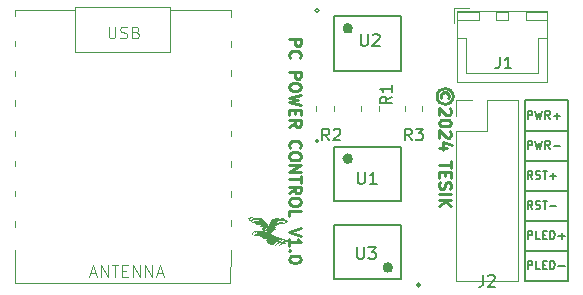
<source format=gbr>
%TF.GenerationSoftware,KiCad,Pcbnew,7.0.9*%
%TF.CreationDate,2024-02-03T16:27:08+01:00*%
%TF.ProjectId,PC-Power-Control,50432d50-6f77-4657-922d-436f6e74726f,rev?*%
%TF.SameCoordinates,Original*%
%TF.FileFunction,Legend,Top*%
%TF.FilePolarity,Positive*%
%FSLAX46Y46*%
G04 Gerber Fmt 4.6, Leading zero omitted, Abs format (unit mm)*
G04 Created by KiCad (PCBNEW 7.0.9) date 2024-02-03 16:27:08*
%MOMM*%
%LPD*%
G01*
G04 APERTURE LIST*
%ADD10C,0.150000*%
%ADD11C,0.250000*%
%ADD12C,0.100000*%
%ADD13C,0.120000*%
%ADD14C,0.200000*%
%ADD15C,0.010000*%
G04 APERTURE END LIST*
D10*
X90170000Y-68326000D02*
X93853000Y-68326000D01*
X90170000Y-65786000D02*
X93853000Y-65786000D01*
X90170000Y-60706000D02*
X93853000Y-60706000D01*
X90170000Y-63246000D02*
X93853000Y-63246000D01*
X90170000Y-58166000D02*
X93853000Y-58166000D01*
X90170000Y-55566000D02*
X93853000Y-55566000D01*
X93853000Y-70926000D01*
X90170000Y-70926000D01*
X90170000Y-55566000D01*
X90435350Y-67343533D02*
X90435350Y-66643533D01*
X90435350Y-66643533D02*
X90702017Y-66643533D01*
X90702017Y-66643533D02*
X90768684Y-66676866D01*
X90768684Y-66676866D02*
X90802017Y-66710200D01*
X90802017Y-66710200D02*
X90835350Y-66776866D01*
X90835350Y-66776866D02*
X90835350Y-66876866D01*
X90835350Y-66876866D02*
X90802017Y-66943533D01*
X90802017Y-66943533D02*
X90768684Y-66976866D01*
X90768684Y-66976866D02*
X90702017Y-67010200D01*
X90702017Y-67010200D02*
X90435350Y-67010200D01*
X91468684Y-67343533D02*
X91135350Y-67343533D01*
X91135350Y-67343533D02*
X91135350Y-66643533D01*
X91702017Y-66976866D02*
X91935351Y-66976866D01*
X92035351Y-67343533D02*
X91702017Y-67343533D01*
X91702017Y-67343533D02*
X91702017Y-66643533D01*
X91702017Y-66643533D02*
X92035351Y-66643533D01*
X92335350Y-67343533D02*
X92335350Y-66643533D01*
X92335350Y-66643533D02*
X92502017Y-66643533D01*
X92502017Y-66643533D02*
X92602017Y-66676866D01*
X92602017Y-66676866D02*
X92668684Y-66743533D01*
X92668684Y-66743533D02*
X92702017Y-66810200D01*
X92702017Y-66810200D02*
X92735350Y-66943533D01*
X92735350Y-66943533D02*
X92735350Y-67043533D01*
X92735350Y-67043533D02*
X92702017Y-67176866D01*
X92702017Y-67176866D02*
X92668684Y-67243533D01*
X92668684Y-67243533D02*
X92602017Y-67310200D01*
X92602017Y-67310200D02*
X92502017Y-67343533D01*
X92502017Y-67343533D02*
X92335350Y-67343533D01*
X93035350Y-67076866D02*
X93568684Y-67076866D01*
X93302017Y-67343533D02*
X93302017Y-66810200D01*
D11*
X83701285Y-55441092D02*
X83748904Y-55345853D01*
X83748904Y-55345853D02*
X83748904Y-55155377D01*
X83748904Y-55155377D02*
X83701285Y-55060139D01*
X83701285Y-55060139D02*
X83606047Y-54964901D01*
X83606047Y-54964901D02*
X83510809Y-54917282D01*
X83510809Y-54917282D02*
X83320333Y-54917282D01*
X83320333Y-54917282D02*
X83225095Y-54964901D01*
X83225095Y-54964901D02*
X83129857Y-55060139D01*
X83129857Y-55060139D02*
X83082238Y-55155377D01*
X83082238Y-55155377D02*
X83082238Y-55345853D01*
X83082238Y-55345853D02*
X83129857Y-55441092D01*
X84082238Y-55250615D02*
X84034619Y-55012520D01*
X84034619Y-55012520D02*
X83891761Y-54774425D01*
X83891761Y-54774425D02*
X83653666Y-54631568D01*
X83653666Y-54631568D02*
X83415571Y-54583949D01*
X83415571Y-54583949D02*
X83177476Y-54631568D01*
X83177476Y-54631568D02*
X82939380Y-54774425D01*
X82939380Y-54774425D02*
X82796523Y-55012520D01*
X82796523Y-55012520D02*
X82748904Y-55250615D01*
X82748904Y-55250615D02*
X82796523Y-55488711D01*
X82796523Y-55488711D02*
X82939380Y-55726806D01*
X82939380Y-55726806D02*
X83177476Y-55869663D01*
X83177476Y-55869663D02*
X83415571Y-55917282D01*
X83415571Y-55917282D02*
X83653666Y-55869663D01*
X83653666Y-55869663D02*
X83891761Y-55726806D01*
X83891761Y-55726806D02*
X84034619Y-55488711D01*
X84034619Y-55488711D02*
X84082238Y-55250615D01*
X83844142Y-56298235D02*
X83891761Y-56345854D01*
X83891761Y-56345854D02*
X83939380Y-56441092D01*
X83939380Y-56441092D02*
X83939380Y-56679187D01*
X83939380Y-56679187D02*
X83891761Y-56774425D01*
X83891761Y-56774425D02*
X83844142Y-56822044D01*
X83844142Y-56822044D02*
X83748904Y-56869663D01*
X83748904Y-56869663D02*
X83653666Y-56869663D01*
X83653666Y-56869663D02*
X83510809Y-56822044D01*
X83510809Y-56822044D02*
X82939380Y-56250616D01*
X82939380Y-56250616D02*
X82939380Y-56869663D01*
X83939380Y-57488711D02*
X83939380Y-57583949D01*
X83939380Y-57583949D02*
X83891761Y-57679187D01*
X83891761Y-57679187D02*
X83844142Y-57726806D01*
X83844142Y-57726806D02*
X83748904Y-57774425D01*
X83748904Y-57774425D02*
X83558428Y-57822044D01*
X83558428Y-57822044D02*
X83320333Y-57822044D01*
X83320333Y-57822044D02*
X83129857Y-57774425D01*
X83129857Y-57774425D02*
X83034619Y-57726806D01*
X83034619Y-57726806D02*
X82987000Y-57679187D01*
X82987000Y-57679187D02*
X82939380Y-57583949D01*
X82939380Y-57583949D02*
X82939380Y-57488711D01*
X82939380Y-57488711D02*
X82987000Y-57393473D01*
X82987000Y-57393473D02*
X83034619Y-57345854D01*
X83034619Y-57345854D02*
X83129857Y-57298235D01*
X83129857Y-57298235D02*
X83320333Y-57250616D01*
X83320333Y-57250616D02*
X83558428Y-57250616D01*
X83558428Y-57250616D02*
X83748904Y-57298235D01*
X83748904Y-57298235D02*
X83844142Y-57345854D01*
X83844142Y-57345854D02*
X83891761Y-57393473D01*
X83891761Y-57393473D02*
X83939380Y-57488711D01*
X83844142Y-58202997D02*
X83891761Y-58250616D01*
X83891761Y-58250616D02*
X83939380Y-58345854D01*
X83939380Y-58345854D02*
X83939380Y-58583949D01*
X83939380Y-58583949D02*
X83891761Y-58679187D01*
X83891761Y-58679187D02*
X83844142Y-58726806D01*
X83844142Y-58726806D02*
X83748904Y-58774425D01*
X83748904Y-58774425D02*
X83653666Y-58774425D01*
X83653666Y-58774425D02*
X83510809Y-58726806D01*
X83510809Y-58726806D02*
X82939380Y-58155378D01*
X82939380Y-58155378D02*
X82939380Y-58774425D01*
X83606047Y-59631568D02*
X82939380Y-59631568D01*
X83987000Y-59393473D02*
X83272714Y-59155378D01*
X83272714Y-59155378D02*
X83272714Y-59774425D01*
X83939380Y-60774426D02*
X83939380Y-61345854D01*
X82939380Y-61060140D02*
X83939380Y-61060140D01*
X83463190Y-61679188D02*
X83463190Y-62012521D01*
X82939380Y-62155378D02*
X82939380Y-61679188D01*
X82939380Y-61679188D02*
X83939380Y-61679188D01*
X83939380Y-61679188D02*
X83939380Y-62155378D01*
X82987000Y-62536331D02*
X82939380Y-62679188D01*
X82939380Y-62679188D02*
X82939380Y-62917283D01*
X82939380Y-62917283D02*
X82987000Y-63012521D01*
X82987000Y-63012521D02*
X83034619Y-63060140D01*
X83034619Y-63060140D02*
X83129857Y-63107759D01*
X83129857Y-63107759D02*
X83225095Y-63107759D01*
X83225095Y-63107759D02*
X83320333Y-63060140D01*
X83320333Y-63060140D02*
X83367952Y-63012521D01*
X83367952Y-63012521D02*
X83415571Y-62917283D01*
X83415571Y-62917283D02*
X83463190Y-62726807D01*
X83463190Y-62726807D02*
X83510809Y-62631569D01*
X83510809Y-62631569D02*
X83558428Y-62583950D01*
X83558428Y-62583950D02*
X83653666Y-62536331D01*
X83653666Y-62536331D02*
X83748904Y-62536331D01*
X83748904Y-62536331D02*
X83844142Y-62583950D01*
X83844142Y-62583950D02*
X83891761Y-62631569D01*
X83891761Y-62631569D02*
X83939380Y-62726807D01*
X83939380Y-62726807D02*
X83939380Y-62964902D01*
X83939380Y-62964902D02*
X83891761Y-63107759D01*
X82939380Y-63536331D02*
X83939380Y-63536331D01*
X82939380Y-64012521D02*
X83939380Y-64012521D01*
X82939380Y-64583949D02*
X83510809Y-64155378D01*
X83939380Y-64583949D02*
X83367952Y-64012521D01*
D10*
X90835350Y-62263533D02*
X90602017Y-61930200D01*
X90435350Y-62263533D02*
X90435350Y-61563533D01*
X90435350Y-61563533D02*
X90702017Y-61563533D01*
X90702017Y-61563533D02*
X90768684Y-61596866D01*
X90768684Y-61596866D02*
X90802017Y-61630200D01*
X90802017Y-61630200D02*
X90835350Y-61696866D01*
X90835350Y-61696866D02*
X90835350Y-61796866D01*
X90835350Y-61796866D02*
X90802017Y-61863533D01*
X90802017Y-61863533D02*
X90768684Y-61896866D01*
X90768684Y-61896866D02*
X90702017Y-61930200D01*
X90702017Y-61930200D02*
X90435350Y-61930200D01*
X91102017Y-62230200D02*
X91202017Y-62263533D01*
X91202017Y-62263533D02*
X91368684Y-62263533D01*
X91368684Y-62263533D02*
X91435350Y-62230200D01*
X91435350Y-62230200D02*
X91468684Y-62196866D01*
X91468684Y-62196866D02*
X91502017Y-62130200D01*
X91502017Y-62130200D02*
X91502017Y-62063533D01*
X91502017Y-62063533D02*
X91468684Y-61996866D01*
X91468684Y-61996866D02*
X91435350Y-61963533D01*
X91435350Y-61963533D02*
X91368684Y-61930200D01*
X91368684Y-61930200D02*
X91235350Y-61896866D01*
X91235350Y-61896866D02*
X91168684Y-61863533D01*
X91168684Y-61863533D02*
X91135350Y-61830200D01*
X91135350Y-61830200D02*
X91102017Y-61763533D01*
X91102017Y-61763533D02*
X91102017Y-61696866D01*
X91102017Y-61696866D02*
X91135350Y-61630200D01*
X91135350Y-61630200D02*
X91168684Y-61596866D01*
X91168684Y-61596866D02*
X91235350Y-61563533D01*
X91235350Y-61563533D02*
X91402017Y-61563533D01*
X91402017Y-61563533D02*
X91502017Y-61596866D01*
X91702017Y-61563533D02*
X92102017Y-61563533D01*
X91902017Y-62263533D02*
X91902017Y-61563533D01*
X92335350Y-61996866D02*
X92868684Y-61996866D01*
X92602017Y-62263533D02*
X92602017Y-61730200D01*
X90435350Y-69883533D02*
X90435350Y-69183533D01*
X90435350Y-69183533D02*
X90702017Y-69183533D01*
X90702017Y-69183533D02*
X90768684Y-69216866D01*
X90768684Y-69216866D02*
X90802017Y-69250200D01*
X90802017Y-69250200D02*
X90835350Y-69316866D01*
X90835350Y-69316866D02*
X90835350Y-69416866D01*
X90835350Y-69416866D02*
X90802017Y-69483533D01*
X90802017Y-69483533D02*
X90768684Y-69516866D01*
X90768684Y-69516866D02*
X90702017Y-69550200D01*
X90702017Y-69550200D02*
X90435350Y-69550200D01*
X91468684Y-69883533D02*
X91135350Y-69883533D01*
X91135350Y-69883533D02*
X91135350Y-69183533D01*
X91702017Y-69516866D02*
X91935351Y-69516866D01*
X92035351Y-69883533D02*
X91702017Y-69883533D01*
X91702017Y-69883533D02*
X91702017Y-69183533D01*
X91702017Y-69183533D02*
X92035351Y-69183533D01*
X92335350Y-69883533D02*
X92335350Y-69183533D01*
X92335350Y-69183533D02*
X92502017Y-69183533D01*
X92502017Y-69183533D02*
X92602017Y-69216866D01*
X92602017Y-69216866D02*
X92668684Y-69283533D01*
X92668684Y-69283533D02*
X92702017Y-69350200D01*
X92702017Y-69350200D02*
X92735350Y-69483533D01*
X92735350Y-69483533D02*
X92735350Y-69583533D01*
X92735350Y-69583533D02*
X92702017Y-69716866D01*
X92702017Y-69716866D02*
X92668684Y-69783533D01*
X92668684Y-69783533D02*
X92602017Y-69850200D01*
X92602017Y-69850200D02*
X92502017Y-69883533D01*
X92502017Y-69883533D02*
X92335350Y-69883533D01*
X93035350Y-69616866D02*
X93568684Y-69616866D01*
X90435350Y-57183533D02*
X90435350Y-56483533D01*
X90435350Y-56483533D02*
X90702017Y-56483533D01*
X90702017Y-56483533D02*
X90768684Y-56516866D01*
X90768684Y-56516866D02*
X90802017Y-56550200D01*
X90802017Y-56550200D02*
X90835350Y-56616866D01*
X90835350Y-56616866D02*
X90835350Y-56716866D01*
X90835350Y-56716866D02*
X90802017Y-56783533D01*
X90802017Y-56783533D02*
X90768684Y-56816866D01*
X90768684Y-56816866D02*
X90702017Y-56850200D01*
X90702017Y-56850200D02*
X90435350Y-56850200D01*
X91068684Y-56483533D02*
X91235350Y-57183533D01*
X91235350Y-57183533D02*
X91368684Y-56683533D01*
X91368684Y-56683533D02*
X91502017Y-57183533D01*
X91502017Y-57183533D02*
X91668684Y-56483533D01*
X92335350Y-57183533D02*
X92102017Y-56850200D01*
X91935350Y-57183533D02*
X91935350Y-56483533D01*
X91935350Y-56483533D02*
X92202017Y-56483533D01*
X92202017Y-56483533D02*
X92268684Y-56516866D01*
X92268684Y-56516866D02*
X92302017Y-56550200D01*
X92302017Y-56550200D02*
X92335350Y-56616866D01*
X92335350Y-56616866D02*
X92335350Y-56716866D01*
X92335350Y-56716866D02*
X92302017Y-56783533D01*
X92302017Y-56783533D02*
X92268684Y-56816866D01*
X92268684Y-56816866D02*
X92202017Y-56850200D01*
X92202017Y-56850200D02*
X91935350Y-56850200D01*
X92635350Y-56916866D02*
X93168684Y-56916866D01*
X92902017Y-57183533D02*
X92902017Y-56650200D01*
X90435350Y-59723533D02*
X90435350Y-59023533D01*
X90435350Y-59023533D02*
X90702017Y-59023533D01*
X90702017Y-59023533D02*
X90768684Y-59056866D01*
X90768684Y-59056866D02*
X90802017Y-59090200D01*
X90802017Y-59090200D02*
X90835350Y-59156866D01*
X90835350Y-59156866D02*
X90835350Y-59256866D01*
X90835350Y-59256866D02*
X90802017Y-59323533D01*
X90802017Y-59323533D02*
X90768684Y-59356866D01*
X90768684Y-59356866D02*
X90702017Y-59390200D01*
X90702017Y-59390200D02*
X90435350Y-59390200D01*
X91068684Y-59023533D02*
X91235350Y-59723533D01*
X91235350Y-59723533D02*
X91368684Y-59223533D01*
X91368684Y-59223533D02*
X91502017Y-59723533D01*
X91502017Y-59723533D02*
X91668684Y-59023533D01*
X92335350Y-59723533D02*
X92102017Y-59390200D01*
X91935350Y-59723533D02*
X91935350Y-59023533D01*
X91935350Y-59023533D02*
X92202017Y-59023533D01*
X92202017Y-59023533D02*
X92268684Y-59056866D01*
X92268684Y-59056866D02*
X92302017Y-59090200D01*
X92302017Y-59090200D02*
X92335350Y-59156866D01*
X92335350Y-59156866D02*
X92335350Y-59256866D01*
X92335350Y-59256866D02*
X92302017Y-59323533D01*
X92302017Y-59323533D02*
X92268684Y-59356866D01*
X92268684Y-59356866D02*
X92202017Y-59390200D01*
X92202017Y-59390200D02*
X91935350Y-59390200D01*
X92635350Y-59456866D02*
X93168684Y-59456866D01*
X90835350Y-64803533D02*
X90602017Y-64470200D01*
X90435350Y-64803533D02*
X90435350Y-64103533D01*
X90435350Y-64103533D02*
X90702017Y-64103533D01*
X90702017Y-64103533D02*
X90768684Y-64136866D01*
X90768684Y-64136866D02*
X90802017Y-64170200D01*
X90802017Y-64170200D02*
X90835350Y-64236866D01*
X90835350Y-64236866D02*
X90835350Y-64336866D01*
X90835350Y-64336866D02*
X90802017Y-64403533D01*
X90802017Y-64403533D02*
X90768684Y-64436866D01*
X90768684Y-64436866D02*
X90702017Y-64470200D01*
X90702017Y-64470200D02*
X90435350Y-64470200D01*
X91102017Y-64770200D02*
X91202017Y-64803533D01*
X91202017Y-64803533D02*
X91368684Y-64803533D01*
X91368684Y-64803533D02*
X91435350Y-64770200D01*
X91435350Y-64770200D02*
X91468684Y-64736866D01*
X91468684Y-64736866D02*
X91502017Y-64670200D01*
X91502017Y-64670200D02*
X91502017Y-64603533D01*
X91502017Y-64603533D02*
X91468684Y-64536866D01*
X91468684Y-64536866D02*
X91435350Y-64503533D01*
X91435350Y-64503533D02*
X91368684Y-64470200D01*
X91368684Y-64470200D02*
X91235350Y-64436866D01*
X91235350Y-64436866D02*
X91168684Y-64403533D01*
X91168684Y-64403533D02*
X91135350Y-64370200D01*
X91135350Y-64370200D02*
X91102017Y-64303533D01*
X91102017Y-64303533D02*
X91102017Y-64236866D01*
X91102017Y-64236866D02*
X91135350Y-64170200D01*
X91135350Y-64170200D02*
X91168684Y-64136866D01*
X91168684Y-64136866D02*
X91235350Y-64103533D01*
X91235350Y-64103533D02*
X91402017Y-64103533D01*
X91402017Y-64103533D02*
X91502017Y-64136866D01*
X91702017Y-64103533D02*
X92102017Y-64103533D01*
X91902017Y-64803533D02*
X91902017Y-64103533D01*
X92335350Y-64536866D02*
X92868684Y-64536866D01*
D11*
X70239380Y-50440568D02*
X71239380Y-50440568D01*
X71239380Y-50440568D02*
X71239380Y-50821520D01*
X71239380Y-50821520D02*
X71191761Y-50916758D01*
X71191761Y-50916758D02*
X71144142Y-50964377D01*
X71144142Y-50964377D02*
X71048904Y-51011996D01*
X71048904Y-51011996D02*
X70906047Y-51011996D01*
X70906047Y-51011996D02*
X70810809Y-50964377D01*
X70810809Y-50964377D02*
X70763190Y-50916758D01*
X70763190Y-50916758D02*
X70715571Y-50821520D01*
X70715571Y-50821520D02*
X70715571Y-50440568D01*
X70334619Y-52011996D02*
X70287000Y-51964377D01*
X70287000Y-51964377D02*
X70239380Y-51821520D01*
X70239380Y-51821520D02*
X70239380Y-51726282D01*
X70239380Y-51726282D02*
X70287000Y-51583425D01*
X70287000Y-51583425D02*
X70382238Y-51488187D01*
X70382238Y-51488187D02*
X70477476Y-51440568D01*
X70477476Y-51440568D02*
X70667952Y-51392949D01*
X70667952Y-51392949D02*
X70810809Y-51392949D01*
X70810809Y-51392949D02*
X71001285Y-51440568D01*
X71001285Y-51440568D02*
X71096523Y-51488187D01*
X71096523Y-51488187D02*
X71191761Y-51583425D01*
X71191761Y-51583425D02*
X71239380Y-51726282D01*
X71239380Y-51726282D02*
X71239380Y-51821520D01*
X71239380Y-51821520D02*
X71191761Y-51964377D01*
X71191761Y-51964377D02*
X71144142Y-52011996D01*
X70239380Y-53202473D02*
X71239380Y-53202473D01*
X71239380Y-53202473D02*
X71239380Y-53583425D01*
X71239380Y-53583425D02*
X71191761Y-53678663D01*
X71191761Y-53678663D02*
X71144142Y-53726282D01*
X71144142Y-53726282D02*
X71048904Y-53773901D01*
X71048904Y-53773901D02*
X70906047Y-53773901D01*
X70906047Y-53773901D02*
X70810809Y-53726282D01*
X70810809Y-53726282D02*
X70763190Y-53678663D01*
X70763190Y-53678663D02*
X70715571Y-53583425D01*
X70715571Y-53583425D02*
X70715571Y-53202473D01*
X71239380Y-54392949D02*
X71239380Y-54583425D01*
X71239380Y-54583425D02*
X71191761Y-54678663D01*
X71191761Y-54678663D02*
X71096523Y-54773901D01*
X71096523Y-54773901D02*
X70906047Y-54821520D01*
X70906047Y-54821520D02*
X70572714Y-54821520D01*
X70572714Y-54821520D02*
X70382238Y-54773901D01*
X70382238Y-54773901D02*
X70287000Y-54678663D01*
X70287000Y-54678663D02*
X70239380Y-54583425D01*
X70239380Y-54583425D02*
X70239380Y-54392949D01*
X70239380Y-54392949D02*
X70287000Y-54297711D01*
X70287000Y-54297711D02*
X70382238Y-54202473D01*
X70382238Y-54202473D02*
X70572714Y-54154854D01*
X70572714Y-54154854D02*
X70906047Y-54154854D01*
X70906047Y-54154854D02*
X71096523Y-54202473D01*
X71096523Y-54202473D02*
X71191761Y-54297711D01*
X71191761Y-54297711D02*
X71239380Y-54392949D01*
X71239380Y-55154854D02*
X70239380Y-55392949D01*
X70239380Y-55392949D02*
X70953666Y-55583425D01*
X70953666Y-55583425D02*
X70239380Y-55773901D01*
X70239380Y-55773901D02*
X71239380Y-56011997D01*
X70763190Y-56392949D02*
X70763190Y-56726282D01*
X70239380Y-56869139D02*
X70239380Y-56392949D01*
X70239380Y-56392949D02*
X71239380Y-56392949D01*
X71239380Y-56392949D02*
X71239380Y-56869139D01*
X70239380Y-57869139D02*
X70715571Y-57535806D01*
X70239380Y-57297711D02*
X71239380Y-57297711D01*
X71239380Y-57297711D02*
X71239380Y-57678663D01*
X71239380Y-57678663D02*
X71191761Y-57773901D01*
X71191761Y-57773901D02*
X71144142Y-57821520D01*
X71144142Y-57821520D02*
X71048904Y-57869139D01*
X71048904Y-57869139D02*
X70906047Y-57869139D01*
X70906047Y-57869139D02*
X70810809Y-57821520D01*
X70810809Y-57821520D02*
X70763190Y-57773901D01*
X70763190Y-57773901D02*
X70715571Y-57678663D01*
X70715571Y-57678663D02*
X70715571Y-57297711D01*
X70334619Y-59631044D02*
X70287000Y-59583425D01*
X70287000Y-59583425D02*
X70239380Y-59440568D01*
X70239380Y-59440568D02*
X70239380Y-59345330D01*
X70239380Y-59345330D02*
X70287000Y-59202473D01*
X70287000Y-59202473D02*
X70382238Y-59107235D01*
X70382238Y-59107235D02*
X70477476Y-59059616D01*
X70477476Y-59059616D02*
X70667952Y-59011997D01*
X70667952Y-59011997D02*
X70810809Y-59011997D01*
X70810809Y-59011997D02*
X71001285Y-59059616D01*
X71001285Y-59059616D02*
X71096523Y-59107235D01*
X71096523Y-59107235D02*
X71191761Y-59202473D01*
X71191761Y-59202473D02*
X71239380Y-59345330D01*
X71239380Y-59345330D02*
X71239380Y-59440568D01*
X71239380Y-59440568D02*
X71191761Y-59583425D01*
X71191761Y-59583425D02*
X71144142Y-59631044D01*
X71239380Y-60250092D02*
X71239380Y-60440568D01*
X71239380Y-60440568D02*
X71191761Y-60535806D01*
X71191761Y-60535806D02*
X71096523Y-60631044D01*
X71096523Y-60631044D02*
X70906047Y-60678663D01*
X70906047Y-60678663D02*
X70572714Y-60678663D01*
X70572714Y-60678663D02*
X70382238Y-60631044D01*
X70382238Y-60631044D02*
X70287000Y-60535806D01*
X70287000Y-60535806D02*
X70239380Y-60440568D01*
X70239380Y-60440568D02*
X70239380Y-60250092D01*
X70239380Y-60250092D02*
X70287000Y-60154854D01*
X70287000Y-60154854D02*
X70382238Y-60059616D01*
X70382238Y-60059616D02*
X70572714Y-60011997D01*
X70572714Y-60011997D02*
X70906047Y-60011997D01*
X70906047Y-60011997D02*
X71096523Y-60059616D01*
X71096523Y-60059616D02*
X71191761Y-60154854D01*
X71191761Y-60154854D02*
X71239380Y-60250092D01*
X70239380Y-61107235D02*
X71239380Y-61107235D01*
X71239380Y-61107235D02*
X70239380Y-61678663D01*
X70239380Y-61678663D02*
X71239380Y-61678663D01*
X71239380Y-62011997D02*
X71239380Y-62583425D01*
X70239380Y-62297711D02*
X71239380Y-62297711D01*
X70239380Y-63488187D02*
X70715571Y-63154854D01*
X70239380Y-62916759D02*
X71239380Y-62916759D01*
X71239380Y-62916759D02*
X71239380Y-63297711D01*
X71239380Y-63297711D02*
X71191761Y-63392949D01*
X71191761Y-63392949D02*
X71144142Y-63440568D01*
X71144142Y-63440568D02*
X71048904Y-63488187D01*
X71048904Y-63488187D02*
X70906047Y-63488187D01*
X70906047Y-63488187D02*
X70810809Y-63440568D01*
X70810809Y-63440568D02*
X70763190Y-63392949D01*
X70763190Y-63392949D02*
X70715571Y-63297711D01*
X70715571Y-63297711D02*
X70715571Y-62916759D01*
X71239380Y-64107235D02*
X71239380Y-64297711D01*
X71239380Y-64297711D02*
X71191761Y-64392949D01*
X71191761Y-64392949D02*
X71096523Y-64488187D01*
X71096523Y-64488187D02*
X70906047Y-64535806D01*
X70906047Y-64535806D02*
X70572714Y-64535806D01*
X70572714Y-64535806D02*
X70382238Y-64488187D01*
X70382238Y-64488187D02*
X70287000Y-64392949D01*
X70287000Y-64392949D02*
X70239380Y-64297711D01*
X70239380Y-64297711D02*
X70239380Y-64107235D01*
X70239380Y-64107235D02*
X70287000Y-64011997D01*
X70287000Y-64011997D02*
X70382238Y-63916759D01*
X70382238Y-63916759D02*
X70572714Y-63869140D01*
X70572714Y-63869140D02*
X70906047Y-63869140D01*
X70906047Y-63869140D02*
X71096523Y-63916759D01*
X71096523Y-63916759D02*
X71191761Y-64011997D01*
X71191761Y-64011997D02*
X71239380Y-64107235D01*
X70239380Y-65440568D02*
X70239380Y-64964378D01*
X70239380Y-64964378D02*
X71239380Y-64964378D01*
X71239380Y-66392950D02*
X70239380Y-66726283D01*
X70239380Y-66726283D02*
X71239380Y-67059616D01*
X70239380Y-67916759D02*
X70239380Y-67345331D01*
X70239380Y-67631045D02*
X71239380Y-67631045D01*
X71239380Y-67631045D02*
X71096523Y-67535807D01*
X71096523Y-67535807D02*
X71001285Y-67440569D01*
X71001285Y-67440569D02*
X70953666Y-67345331D01*
X70334619Y-68345331D02*
X70287000Y-68392950D01*
X70287000Y-68392950D02*
X70239380Y-68345331D01*
X70239380Y-68345331D02*
X70287000Y-68297712D01*
X70287000Y-68297712D02*
X70334619Y-68345331D01*
X70334619Y-68345331D02*
X70239380Y-68345331D01*
X71239380Y-69011997D02*
X71239380Y-69107235D01*
X71239380Y-69107235D02*
X71191761Y-69202473D01*
X71191761Y-69202473D02*
X71144142Y-69250092D01*
X71144142Y-69250092D02*
X71048904Y-69297711D01*
X71048904Y-69297711D02*
X70858428Y-69345330D01*
X70858428Y-69345330D02*
X70620333Y-69345330D01*
X70620333Y-69345330D02*
X70429857Y-69297711D01*
X70429857Y-69297711D02*
X70334619Y-69250092D01*
X70334619Y-69250092D02*
X70287000Y-69202473D01*
X70287000Y-69202473D02*
X70239380Y-69107235D01*
X70239380Y-69107235D02*
X70239380Y-69011997D01*
X70239380Y-69011997D02*
X70287000Y-68916759D01*
X70287000Y-68916759D02*
X70334619Y-68869140D01*
X70334619Y-68869140D02*
X70429857Y-68821521D01*
X70429857Y-68821521D02*
X70620333Y-68773902D01*
X70620333Y-68773902D02*
X70858428Y-68773902D01*
X70858428Y-68773902D02*
X71048904Y-68821521D01*
X71048904Y-68821521D02*
X71144142Y-68869140D01*
X71144142Y-68869140D02*
X71191761Y-68916759D01*
X71191761Y-68916759D02*
X71239380Y-69011997D01*
D10*
X86661666Y-70380819D02*
X86661666Y-71095104D01*
X86661666Y-71095104D02*
X86614047Y-71237961D01*
X86614047Y-71237961D02*
X86518809Y-71333200D01*
X86518809Y-71333200D02*
X86375952Y-71380819D01*
X86375952Y-71380819D02*
X86280714Y-71380819D01*
X87090238Y-70476057D02*
X87137857Y-70428438D01*
X87137857Y-70428438D02*
X87233095Y-70380819D01*
X87233095Y-70380819D02*
X87471190Y-70380819D01*
X87471190Y-70380819D02*
X87566428Y-70428438D01*
X87566428Y-70428438D02*
X87614047Y-70476057D01*
X87614047Y-70476057D02*
X87661666Y-70571295D01*
X87661666Y-70571295D02*
X87661666Y-70666533D01*
X87661666Y-70666533D02*
X87614047Y-70809390D01*
X87614047Y-70809390D02*
X87042619Y-71380819D01*
X87042619Y-71380819D02*
X87661666Y-71380819D01*
X76003667Y-68033812D02*
X76003667Y-68844853D01*
X76003667Y-68844853D02*
X76051375Y-68940269D01*
X76051375Y-68940269D02*
X76099084Y-68987978D01*
X76099084Y-68987978D02*
X76194500Y-69035686D01*
X76194500Y-69035686D02*
X76385333Y-69035686D01*
X76385333Y-69035686D02*
X76480750Y-68987978D01*
X76480750Y-68987978D02*
X76528458Y-68940269D01*
X76528458Y-68940269D02*
X76576166Y-68844853D01*
X76576166Y-68844853D02*
X76576166Y-68033812D01*
X76957832Y-68033812D02*
X77578040Y-68033812D01*
X77578040Y-68033812D02*
X77244082Y-68415478D01*
X77244082Y-68415478D02*
X77387207Y-68415478D01*
X77387207Y-68415478D02*
X77482624Y-68463186D01*
X77482624Y-68463186D02*
X77530332Y-68510895D01*
X77530332Y-68510895D02*
X77578040Y-68606311D01*
X77578040Y-68606311D02*
X77578040Y-68844853D01*
X77578040Y-68844853D02*
X77530332Y-68940269D01*
X77530332Y-68940269D02*
X77482624Y-68987978D01*
X77482624Y-68987978D02*
X77387207Y-69035686D01*
X77387207Y-69035686D02*
X77100957Y-69035686D01*
X77100957Y-69035686D02*
X77005541Y-68987978D01*
X77005541Y-68987978D02*
X76957832Y-68940269D01*
X76316667Y-49999812D02*
X76316667Y-50810853D01*
X76316667Y-50810853D02*
X76364375Y-50906269D01*
X76364375Y-50906269D02*
X76412084Y-50953978D01*
X76412084Y-50953978D02*
X76507500Y-51001686D01*
X76507500Y-51001686D02*
X76698333Y-51001686D01*
X76698333Y-51001686D02*
X76793750Y-50953978D01*
X76793750Y-50953978D02*
X76841458Y-50906269D01*
X76841458Y-50906269D02*
X76889166Y-50810853D01*
X76889166Y-50810853D02*
X76889166Y-49999812D01*
X77318541Y-50095228D02*
X77366249Y-50047520D01*
X77366249Y-50047520D02*
X77461666Y-49999812D01*
X77461666Y-49999812D02*
X77700207Y-49999812D01*
X77700207Y-49999812D02*
X77795624Y-50047520D01*
X77795624Y-50047520D02*
X77843332Y-50095228D01*
X77843332Y-50095228D02*
X77891040Y-50190645D01*
X77891040Y-50190645D02*
X77891040Y-50286062D01*
X77891040Y-50286062D02*
X77843332Y-50429186D01*
X77843332Y-50429186D02*
X77270832Y-51001686D01*
X77270832Y-51001686D02*
X77891040Y-51001686D01*
X76062667Y-61683812D02*
X76062667Y-62494853D01*
X76062667Y-62494853D02*
X76110375Y-62590269D01*
X76110375Y-62590269D02*
X76158084Y-62637978D01*
X76158084Y-62637978D02*
X76253500Y-62685686D01*
X76253500Y-62685686D02*
X76444333Y-62685686D01*
X76444333Y-62685686D02*
X76539750Y-62637978D01*
X76539750Y-62637978D02*
X76587458Y-62590269D01*
X76587458Y-62590269D02*
X76635166Y-62494853D01*
X76635166Y-62494853D02*
X76635166Y-61683812D01*
X77637040Y-62685686D02*
X77064541Y-62685686D01*
X77350790Y-62685686D02*
X77350790Y-61683812D01*
X77350790Y-61683812D02*
X77255374Y-61826937D01*
X77255374Y-61826937D02*
X77159957Y-61922353D01*
X77159957Y-61922353D02*
X77064541Y-61970062D01*
X80605333Y-59001819D02*
X80272000Y-58525628D01*
X80033905Y-59001819D02*
X80033905Y-58001819D01*
X80033905Y-58001819D02*
X80414857Y-58001819D01*
X80414857Y-58001819D02*
X80510095Y-58049438D01*
X80510095Y-58049438D02*
X80557714Y-58097057D01*
X80557714Y-58097057D02*
X80605333Y-58192295D01*
X80605333Y-58192295D02*
X80605333Y-58335152D01*
X80605333Y-58335152D02*
X80557714Y-58430390D01*
X80557714Y-58430390D02*
X80510095Y-58478009D01*
X80510095Y-58478009D02*
X80414857Y-58525628D01*
X80414857Y-58525628D02*
X80033905Y-58525628D01*
X80938667Y-58001819D02*
X81557714Y-58001819D01*
X81557714Y-58001819D02*
X81224381Y-58382771D01*
X81224381Y-58382771D02*
X81367238Y-58382771D01*
X81367238Y-58382771D02*
X81462476Y-58430390D01*
X81462476Y-58430390D02*
X81510095Y-58478009D01*
X81510095Y-58478009D02*
X81557714Y-58573247D01*
X81557714Y-58573247D02*
X81557714Y-58811342D01*
X81557714Y-58811342D02*
X81510095Y-58906580D01*
X81510095Y-58906580D02*
X81462476Y-58954200D01*
X81462476Y-58954200D02*
X81367238Y-59001819D01*
X81367238Y-59001819D02*
X81081524Y-59001819D01*
X81081524Y-59001819D02*
X80986286Y-58954200D01*
X80986286Y-58954200D02*
X80938667Y-58906580D01*
X73620333Y-59001819D02*
X73287000Y-58525628D01*
X73048905Y-59001819D02*
X73048905Y-58001819D01*
X73048905Y-58001819D02*
X73429857Y-58001819D01*
X73429857Y-58001819D02*
X73525095Y-58049438D01*
X73525095Y-58049438D02*
X73572714Y-58097057D01*
X73572714Y-58097057D02*
X73620333Y-58192295D01*
X73620333Y-58192295D02*
X73620333Y-58335152D01*
X73620333Y-58335152D02*
X73572714Y-58430390D01*
X73572714Y-58430390D02*
X73525095Y-58478009D01*
X73525095Y-58478009D02*
X73429857Y-58525628D01*
X73429857Y-58525628D02*
X73048905Y-58525628D01*
X74001286Y-58097057D02*
X74048905Y-58049438D01*
X74048905Y-58049438D02*
X74144143Y-58001819D01*
X74144143Y-58001819D02*
X74382238Y-58001819D01*
X74382238Y-58001819D02*
X74477476Y-58049438D01*
X74477476Y-58049438D02*
X74525095Y-58097057D01*
X74525095Y-58097057D02*
X74572714Y-58192295D01*
X74572714Y-58192295D02*
X74572714Y-58287533D01*
X74572714Y-58287533D02*
X74525095Y-58430390D01*
X74525095Y-58430390D02*
X73953667Y-59001819D01*
X73953667Y-59001819D02*
X74572714Y-59001819D01*
X78940819Y-55284666D02*
X78464628Y-55617999D01*
X78940819Y-55856094D02*
X77940819Y-55856094D01*
X77940819Y-55856094D02*
X77940819Y-55475142D01*
X77940819Y-55475142D02*
X77988438Y-55379904D01*
X77988438Y-55379904D02*
X78036057Y-55332285D01*
X78036057Y-55332285D02*
X78131295Y-55284666D01*
X78131295Y-55284666D02*
X78274152Y-55284666D01*
X78274152Y-55284666D02*
X78369390Y-55332285D01*
X78369390Y-55332285D02*
X78417009Y-55379904D01*
X78417009Y-55379904D02*
X78464628Y-55475142D01*
X78464628Y-55475142D02*
X78464628Y-55856094D01*
X78940819Y-54332285D02*
X78940819Y-54903713D01*
X78940819Y-54617999D02*
X77940819Y-54617999D01*
X77940819Y-54617999D02*
X78083676Y-54713237D01*
X78083676Y-54713237D02*
X78178914Y-54808475D01*
X78178914Y-54808475D02*
X78226533Y-54903713D01*
X88058666Y-51905819D02*
X88058666Y-52620104D01*
X88058666Y-52620104D02*
X88011047Y-52762961D01*
X88011047Y-52762961D02*
X87915809Y-52858200D01*
X87915809Y-52858200D02*
X87772952Y-52905819D01*
X87772952Y-52905819D02*
X87677714Y-52905819D01*
X89058666Y-52905819D02*
X88487238Y-52905819D01*
X88772952Y-52905819D02*
X88772952Y-51905819D01*
X88772952Y-51905819D02*
X88677714Y-52048676D01*
X88677714Y-52048676D02*
X88582476Y-52143914D01*
X88582476Y-52143914D02*
X88487238Y-52191533D01*
D12*
X53390265Y-70256704D02*
X53866455Y-70256704D01*
X53295027Y-70542419D02*
X53628360Y-69542419D01*
X53628360Y-69542419D02*
X53961693Y-70542419D01*
X54295027Y-70542419D02*
X54295027Y-69542419D01*
X54295027Y-69542419D02*
X54866455Y-70542419D01*
X54866455Y-70542419D02*
X54866455Y-69542419D01*
X55199789Y-69542419D02*
X55771217Y-69542419D01*
X55485503Y-70542419D02*
X55485503Y-69542419D01*
X56104551Y-70018609D02*
X56437884Y-70018609D01*
X56580741Y-70542419D02*
X56104551Y-70542419D01*
X56104551Y-70542419D02*
X56104551Y-69542419D01*
X56104551Y-69542419D02*
X56580741Y-69542419D01*
X57009313Y-70542419D02*
X57009313Y-69542419D01*
X57009313Y-69542419D02*
X57580741Y-70542419D01*
X57580741Y-70542419D02*
X57580741Y-69542419D01*
X58056932Y-70542419D02*
X58056932Y-69542419D01*
X58056932Y-69542419D02*
X58628360Y-70542419D01*
X58628360Y-70542419D02*
X58628360Y-69542419D01*
X59056932Y-70256704D02*
X59533122Y-70256704D01*
X58961694Y-70542419D02*
X59295027Y-69542419D01*
X59295027Y-69542419D02*
X59628360Y-70542419D01*
X54947884Y-49372419D02*
X54947884Y-50181942D01*
X54947884Y-50181942D02*
X54995503Y-50277180D01*
X54995503Y-50277180D02*
X55043122Y-50324800D01*
X55043122Y-50324800D02*
X55138360Y-50372419D01*
X55138360Y-50372419D02*
X55328836Y-50372419D01*
X55328836Y-50372419D02*
X55424074Y-50324800D01*
X55424074Y-50324800D02*
X55471693Y-50277180D01*
X55471693Y-50277180D02*
X55519312Y-50181942D01*
X55519312Y-50181942D02*
X55519312Y-49372419D01*
X55947884Y-50324800D02*
X56090741Y-50372419D01*
X56090741Y-50372419D02*
X56328836Y-50372419D01*
X56328836Y-50372419D02*
X56424074Y-50324800D01*
X56424074Y-50324800D02*
X56471693Y-50277180D01*
X56471693Y-50277180D02*
X56519312Y-50181942D01*
X56519312Y-50181942D02*
X56519312Y-50086704D01*
X56519312Y-50086704D02*
X56471693Y-49991466D01*
X56471693Y-49991466D02*
X56424074Y-49943847D01*
X56424074Y-49943847D02*
X56328836Y-49896228D01*
X56328836Y-49896228D02*
X56138360Y-49848609D01*
X56138360Y-49848609D02*
X56043122Y-49800990D01*
X56043122Y-49800990D02*
X55995503Y-49753371D01*
X55995503Y-49753371D02*
X55947884Y-49658133D01*
X55947884Y-49658133D02*
X55947884Y-49562895D01*
X55947884Y-49562895D02*
X55995503Y-49467657D01*
X55995503Y-49467657D02*
X56043122Y-49420038D01*
X56043122Y-49420038D02*
X56138360Y-49372419D01*
X56138360Y-49372419D02*
X56376455Y-49372419D01*
X56376455Y-49372419D02*
X56519312Y-49420038D01*
X57281217Y-49848609D02*
X57424074Y-49896228D01*
X57424074Y-49896228D02*
X57471693Y-49943847D01*
X57471693Y-49943847D02*
X57519312Y-50039085D01*
X57519312Y-50039085D02*
X57519312Y-50181942D01*
X57519312Y-50181942D02*
X57471693Y-50277180D01*
X57471693Y-50277180D02*
X57424074Y-50324800D01*
X57424074Y-50324800D02*
X57328836Y-50372419D01*
X57328836Y-50372419D02*
X56947884Y-50372419D01*
X56947884Y-50372419D02*
X56947884Y-49372419D01*
X56947884Y-49372419D02*
X57281217Y-49372419D01*
X57281217Y-49372419D02*
X57376455Y-49420038D01*
X57376455Y-49420038D02*
X57424074Y-49467657D01*
X57424074Y-49467657D02*
X57471693Y-49562895D01*
X57471693Y-49562895D02*
X57471693Y-49658133D01*
X57471693Y-49658133D02*
X57424074Y-49753371D01*
X57424074Y-49753371D02*
X57376455Y-49800990D01*
X57376455Y-49800990D02*
X57281217Y-49848609D01*
X57281217Y-49848609D02*
X56947884Y-49848609D01*
D13*
%TO.C,J2*%
X89595000Y-55566000D02*
X89595000Y-70926000D01*
X86995000Y-58166000D02*
X86995000Y-55566000D01*
X84395000Y-58166000D02*
X84395000Y-70926000D01*
X84395000Y-70926000D02*
X89595000Y-70926000D01*
X84395000Y-55566000D02*
X85725000Y-55566000D01*
X84395000Y-56896000D02*
X84395000Y-55566000D01*
X86995000Y-55566000D02*
X89595000Y-55566000D01*
X84395000Y-58166000D02*
X86995000Y-58166000D01*
D14*
%TO.C,U3*%
X79744000Y-70753000D02*
X74044000Y-70753000D01*
X79744000Y-66153000D02*
X79744000Y-70753000D01*
X74044000Y-70753000D02*
X74044000Y-66153000D01*
X74044000Y-66153000D02*
X79744000Y-66153000D01*
X81335419Y-71253000D02*
G75*
G03*
X81335419Y-71253000I-141419J0D01*
G01*
X78954553Y-69753000D02*
G75*
G03*
X78954553Y-69753000I-360553J0D01*
G01*
D15*
X78895360Y-70053000D02*
X78294000Y-70053000D01*
X78294000Y-69453680D01*
X78895360Y-69453680D01*
X78895360Y-70053000D01*
G36*
X78895360Y-70053000D02*
G01*
X78294000Y-70053000D01*
X78294000Y-69453680D01*
X78895360Y-69453680D01*
X78895360Y-70053000D01*
G37*
D14*
%TO.C,U2*%
X74044000Y-48500000D02*
X79744000Y-48500000D01*
X74044000Y-53100000D02*
X74044000Y-48500000D01*
X79744000Y-48500000D02*
X79744000Y-53100000D01*
X79744000Y-53100000D02*
X74044000Y-53100000D01*
X72735419Y-48000000D02*
G75*
G03*
X72735419Y-48000000I-141419J0D01*
G01*
X75554553Y-49500000D02*
G75*
G03*
X75554553Y-49500000I-360553J0D01*
G01*
D15*
X75494000Y-49799320D02*
X74892640Y-49799320D01*
X74892640Y-49200000D01*
X75494000Y-49200000D01*
X75494000Y-49799320D01*
G36*
X75494000Y-49799320D02*
G01*
X74892640Y-49799320D01*
X74892640Y-49200000D01*
X75494000Y-49200000D01*
X75494000Y-49799320D01*
G37*
D14*
%TO.C,U1*%
X74044000Y-59549000D02*
X79744000Y-59549000D01*
X74044000Y-64149000D02*
X74044000Y-59549000D01*
X79744000Y-59549000D02*
X79744000Y-64149000D01*
X79744000Y-64149000D02*
X74044000Y-64149000D01*
X72735419Y-59049000D02*
G75*
G03*
X72735419Y-59049000I-141419J0D01*
G01*
X75554553Y-60549000D02*
G75*
G03*
X75554553Y-60549000I-360553J0D01*
G01*
D15*
X75494000Y-60848320D02*
X74892640Y-60848320D01*
X74892640Y-60249000D01*
X75494000Y-60249000D01*
X75494000Y-60848320D01*
G36*
X75494000Y-60848320D02*
G01*
X74892640Y-60848320D01*
X74892640Y-60249000D01*
X75494000Y-60249000D01*
X75494000Y-60848320D01*
G37*
D13*
%TO.C,R3*%
X80037000Y-56049936D02*
X80037000Y-56504064D01*
X81507000Y-56049936D02*
X81507000Y-56504064D01*
%TO.C,R2*%
X74014000Y-56049936D02*
X74014000Y-56504064D01*
X72544000Y-56049936D02*
X72544000Y-56504064D01*
%TO.C,R1*%
X76354000Y-56504064D02*
X76354000Y-56049936D01*
X77824000Y-56504064D02*
X77824000Y-56049936D01*
%TO.C,J1*%
X92085000Y-50346000D02*
X91335000Y-50346000D01*
X91335000Y-50346000D02*
X91335000Y-53296000D01*
X91335000Y-53296000D02*
X88285000Y-53296000D01*
X85235000Y-50346000D02*
X85235000Y-53296000D01*
X88785000Y-48096000D02*
X87785000Y-48096000D01*
X87785000Y-48096000D02*
X87785000Y-48846000D01*
X87785000Y-48846000D02*
X88785000Y-48846000D01*
X90285000Y-48846000D02*
X92085000Y-48846000D01*
X92085000Y-48096000D02*
X90285000Y-48096000D01*
X84185000Y-47796000D02*
X84185000Y-49046000D01*
X84475000Y-48086000D02*
X84475000Y-54056000D01*
X84485000Y-48096000D02*
X84485000Y-48846000D01*
X84475000Y-54056000D02*
X92095000Y-54056000D01*
X88785000Y-48846000D02*
X88785000Y-48096000D01*
X84485000Y-50346000D02*
X85235000Y-50346000D01*
X84485000Y-48846000D02*
X86285000Y-48846000D01*
X85435000Y-47796000D02*
X84185000Y-47796000D01*
X92085000Y-48846000D02*
X92085000Y-48096000D01*
X86285000Y-48096000D02*
X84485000Y-48096000D01*
X92095000Y-48086000D02*
X84475000Y-48086000D01*
X85235000Y-53296000D02*
X88285000Y-53296000D01*
X90285000Y-48096000D02*
X90285000Y-48846000D01*
X92095000Y-54056000D02*
X92095000Y-48086000D01*
X86285000Y-48846000D02*
X86285000Y-48096000D01*
%TO.C,ESP32-C3_SuperMini1*%
X46994000Y-71090000D02*
X65274000Y-71090000D01*
X46995217Y-68270005D02*
X46994000Y-71090000D01*
X46996275Y-65819984D02*
X46996059Y-66320005D01*
X46997375Y-63269984D02*
X46997181Y-63720006D01*
X46998475Y-60720006D02*
X46998281Y-61170006D01*
X46999575Y-58169985D02*
X46999381Y-58620007D01*
X47000676Y-55619986D02*
X47000482Y-56069986D01*
X47001755Y-53119986D02*
X47001561Y-53569986D01*
X47002856Y-50569987D02*
X47002662Y-51019986D01*
X47004000Y-47920000D02*
X47003763Y-48470009D01*
X52044000Y-47920000D02*
X47004000Y-47920000D01*
X65274000Y-71090000D02*
X65275196Y-68319996D01*
X65275196Y-68319996D02*
X65275196Y-68319996D01*
X65276081Y-66269997D02*
X65276081Y-66269997D01*
X65276081Y-66269997D02*
X65276297Y-65769997D01*
X65277160Y-63769997D02*
X65277376Y-63269997D01*
X65278260Y-61219998D02*
X65278476Y-60719998D01*
X65279360Y-58669998D02*
X65279576Y-58169998D01*
X65280460Y-56119998D02*
X65280676Y-55619999D01*
X65281561Y-53569999D02*
X65281777Y-53069999D01*
X65282640Y-51069999D02*
X65282856Y-50570000D01*
X65283741Y-48520000D02*
X65284000Y-47920000D01*
X65284000Y-47920000D02*
X60144000Y-47920000D01*
D12*
X52097334Y-47740000D02*
X60144000Y-47740000D01*
X60144000Y-47740000D02*
X60144000Y-51500000D01*
X60144000Y-51500000D02*
X52097334Y-51500000D01*
X52097334Y-51500000D02*
X52097334Y-47740000D01*
%TO.C,G\u002A\u002A\u002A*%
G36*
X67411417Y-66792526D02*
G01*
X67433336Y-66815116D01*
X67448759Y-66851287D01*
X67451042Y-66860403D01*
X67451766Y-66895358D01*
X67439709Y-66926647D01*
X67417883Y-66951929D01*
X67389301Y-66968858D01*
X67356978Y-66975090D01*
X67323928Y-66968283D01*
X67316834Y-66964789D01*
X67280140Y-66937100D01*
X67257746Y-66902691D01*
X67251445Y-66879388D01*
X67249399Y-66852187D01*
X67252226Y-66837901D01*
X67258369Y-66837427D01*
X67266270Y-66851663D01*
X67271287Y-66867951D01*
X67287864Y-66907446D01*
X67313593Y-66936715D01*
X67346140Y-66953312D01*
X67354430Y-66955094D01*
X67376718Y-66955741D01*
X67395965Y-66947354D01*
X67408255Y-66937898D01*
X67424573Y-66920781D01*
X67433512Y-66904817D01*
X67434089Y-66901185D01*
X67432592Y-66891487D01*
X67425118Y-66891412D01*
X67412431Y-66897447D01*
X67393571Y-66904486D01*
X67383229Y-66903253D01*
X67384065Y-66894823D01*
X67389551Y-66888201D01*
X67399660Y-66868200D01*
X67400570Y-66843087D01*
X67392340Y-66821010D01*
X67389035Y-66817093D01*
X67372069Y-66807773D01*
X67350624Y-66803726D01*
X67324920Y-66803066D01*
X67352367Y-66791097D01*
X67384071Y-66784270D01*
X67411417Y-66792526D01*
G37*
G36*
X66938024Y-65490993D02*
G01*
X66987712Y-65497014D01*
X67052323Y-65506963D01*
X67066149Y-65509267D01*
X67166295Y-65525250D01*
X67257696Y-65537780D01*
X67345150Y-65547292D01*
X67433458Y-65554222D01*
X67527419Y-65559006D01*
X67631832Y-65562079D01*
X67652427Y-65562490D01*
X67721915Y-65563790D01*
X67781443Y-65565506D01*
X67832640Y-65568581D01*
X67877135Y-65573956D01*
X67916554Y-65582571D01*
X67952526Y-65595368D01*
X67986680Y-65613287D01*
X68020642Y-65637271D01*
X68056042Y-65668261D01*
X68094506Y-65707196D01*
X68137664Y-65755020D01*
X68187143Y-65812672D01*
X68244570Y-65881094D01*
X68282918Y-65926990D01*
X68319044Y-65970416D01*
X68353968Y-66012785D01*
X68385529Y-66051447D01*
X68411565Y-66083751D01*
X68429916Y-66107045D01*
X68433233Y-66111394D01*
X68468621Y-66158326D01*
X68411026Y-66252909D01*
X68364859Y-66327655D01*
X68325198Y-66389351D01*
X68291061Y-66439285D01*
X68261465Y-66478742D01*
X68235428Y-66509007D01*
X68211965Y-66531365D01*
X68190093Y-66547104D01*
X68183048Y-66551069D01*
X68165878Y-66558498D01*
X68156522Y-66556903D01*
X68152847Y-66552442D01*
X68146524Y-66535260D01*
X68150549Y-66516552D01*
X68166006Y-66492865D01*
X68174974Y-66481990D01*
X68193199Y-66459026D01*
X68200515Y-66446172D01*
X68198240Y-66442950D01*
X68187692Y-66448886D01*
X68170190Y-66463503D01*
X68147051Y-66486324D01*
X68138914Y-66495019D01*
X68097503Y-66535620D01*
X68060381Y-66562175D01*
X68025921Y-66575689D01*
X68004999Y-66577961D01*
X67986280Y-66571768D01*
X67979811Y-66561399D01*
X67980371Y-66541264D01*
X67992362Y-66526025D01*
X68007703Y-66521355D01*
X68024379Y-66515530D01*
X68041954Y-66501732D01*
X68054344Y-66485474D01*
X68056757Y-66476908D01*
X68062731Y-66467028D01*
X68078703Y-66450345D01*
X68101752Y-66429781D01*
X68113363Y-66420272D01*
X68145623Y-66393271D01*
X68164416Y-66374404D01*
X68170038Y-66363310D01*
X68162783Y-66359623D01*
X68162583Y-66359623D01*
X68153314Y-66364169D01*
X68134331Y-66376409D01*
X68108789Y-66394243D01*
X68090822Y-66407354D01*
X68047373Y-66439370D01*
X68014709Y-66462721D01*
X67990749Y-66478545D01*
X67973413Y-66487981D01*
X67960623Y-66492166D01*
X67950299Y-66492237D01*
X67940725Y-66489473D01*
X67924650Y-66478645D01*
X67919487Y-66466970D01*
X67924735Y-66454536D01*
X67937773Y-66435898D01*
X67954883Y-66415357D01*
X67972343Y-66397213D01*
X67986433Y-66385766D01*
X67991381Y-66383882D01*
X68000584Y-66378698D01*
X68016939Y-66365376D01*
X68029795Y-66353558D01*
X68054181Y-66331256D01*
X68079355Y-66309888D01*
X68088864Y-66302392D01*
X68103819Y-66288777D01*
X68109434Y-66278794D01*
X68108281Y-66276570D01*
X68098860Y-66279094D01*
X68080090Y-66289939D01*
X68055119Y-66307159D01*
X68038588Y-66319649D01*
X68007657Y-66342941D01*
X67985050Y-66357414D01*
X67967002Y-66364994D01*
X67949749Y-66367606D01*
X67944602Y-66367709D01*
X67918178Y-66369592D01*
X67895389Y-66374214D01*
X67892733Y-66375130D01*
X67873293Y-66377405D01*
X67853344Y-66372691D01*
X67839193Y-66363165D01*
X67836091Y-66355579D01*
X67842590Y-66348056D01*
X67859939Y-66335254D01*
X67884764Y-66319595D01*
X67892391Y-66315146D01*
X67932084Y-66291680D01*
X67968270Y-66268994D01*
X67998519Y-66248738D01*
X68020398Y-66232563D01*
X68031476Y-66222119D01*
X68032352Y-66220129D01*
X68026773Y-66214194D01*
X68011238Y-66217773D01*
X67988336Y-66230172D01*
X67983833Y-66233149D01*
X67949542Y-66254509D01*
X67910898Y-66275623D01*
X67872292Y-66294369D01*
X67838113Y-66308625D01*
X67812750Y-66316269D01*
X67811410Y-66316503D01*
X67791507Y-66318953D01*
X67783302Y-66316097D01*
X67782640Y-66305834D01*
X67783118Y-66302201D01*
X67792166Y-66284722D01*
X67815190Y-66269512D01*
X67818203Y-66268103D01*
X67842900Y-66255411D01*
X67870300Y-66239171D01*
X67896788Y-66221828D01*
X67918746Y-66205827D01*
X67932560Y-66193613D01*
X67935458Y-66188819D01*
X67931017Y-66182598D01*
X67916805Y-66183806D01*
X67891488Y-66192788D01*
X67853732Y-66209889D01*
X67853458Y-66210021D01*
X67817584Y-66225948D01*
X67790316Y-66235489D01*
X67773302Y-66238247D01*
X67768192Y-66233830D01*
X67769832Y-66229997D01*
X67778607Y-66221948D01*
X67797465Y-66207805D01*
X67822861Y-66190187D01*
X67831983Y-66184114D01*
X67865518Y-66160143D01*
X67887612Y-66139219D01*
X67901675Y-66117995D01*
X67903658Y-66113793D01*
X67913128Y-66089495D01*
X67913881Y-66078772D01*
X67906122Y-66081763D01*
X67890053Y-66098607D01*
X67886917Y-66102365D01*
X67870146Y-66120488D01*
X67851895Y-66134420D01*
X67829777Y-66144749D01*
X67801404Y-66152060D01*
X67764389Y-66156940D01*
X67716344Y-66159976D01*
X67654883Y-66161753D01*
X67644341Y-66161947D01*
X67570892Y-66162511D01*
X67512537Y-66161271D01*
X67468282Y-66158105D01*
X67437134Y-66152890D01*
X67418100Y-66145501D01*
X67410188Y-66135816D01*
X67409830Y-66132811D01*
X67413760Y-66119085D01*
X67426697Y-66107816D01*
X67450361Y-66098353D01*
X67486472Y-66090042D01*
X67536750Y-66082232D01*
X67546539Y-66080945D01*
X67614077Y-66071462D01*
X67668114Y-66061874D01*
X67711305Y-66051391D01*
X67746308Y-66039223D01*
X67775778Y-66024582D01*
X67802374Y-66006677D01*
X67806073Y-66003824D01*
X67817204Y-65993451D01*
X67816316Y-65988796D01*
X67802633Y-65989909D01*
X67775380Y-65996842D01*
X67738060Y-66008273D01*
X67654950Y-66028072D01*
X67563346Y-66038028D01*
X67467578Y-66038152D01*
X67371978Y-66028454D01*
X67280878Y-66008943D01*
X67274884Y-66007240D01*
X67184147Y-65975239D01*
X67091275Y-65931810D01*
X67001940Y-65879686D01*
X66980734Y-65865555D01*
X66933775Y-65832307D01*
X66899627Y-65805394D01*
X66876880Y-65783447D01*
X66864124Y-65765096D01*
X66859950Y-65748973D01*
X66859941Y-65748209D01*
X66864856Y-65729397D01*
X66877363Y-65723186D01*
X66894108Y-65730275D01*
X66903183Y-65739218D01*
X66931191Y-65764996D01*
X66972330Y-65792540D01*
X67023832Y-65820631D01*
X67082932Y-65848052D01*
X67146864Y-65873581D01*
X67212863Y-65896002D01*
X67278163Y-65914093D01*
X67320877Y-65923324D01*
X67377237Y-65930421D01*
X67443624Y-65933207D01*
X67514511Y-65931804D01*
X67584372Y-65926330D01*
X67647680Y-65916906D01*
X67651530Y-65916141D01*
X67686354Y-65908842D01*
X67714838Y-65902400D01*
X67733531Y-65897625D01*
X67739070Y-65895606D01*
X67738552Y-65889913D01*
X67724278Y-65887021D01*
X67698428Y-65886954D01*
X67663177Y-65889738D01*
X67627537Y-65894350D01*
X67585052Y-65899849D01*
X67541338Y-65904102D01*
X67503352Y-65906480D01*
X67489558Y-65906773D01*
X67405890Y-65900456D01*
X67312620Y-65881587D01*
X67210191Y-65850291D01*
X67099045Y-65806693D01*
X67041329Y-65780780D01*
X66998562Y-65761427D01*
X66951702Y-65741164D01*
X66908299Y-65723225D01*
X66891293Y-65716535D01*
X66826779Y-65690268D01*
X66777249Y-65666815D01*
X66743017Y-65646334D01*
X66727884Y-65633370D01*
X66716547Y-65610867D01*
X66717534Y-65603567D01*
X66788469Y-65603567D01*
X66789306Y-65610260D01*
X66802547Y-65620413D01*
X66828969Y-65634447D01*
X66869348Y-65652784D01*
X66912504Y-65670952D01*
X66959353Y-65690273D01*
X67010492Y-65711443D01*
X67058987Y-65731588D01*
X67090409Y-65744695D01*
X67188423Y-65780411D01*
X67283396Y-65803493D01*
X67379755Y-65814592D01*
X67481929Y-65814360D01*
X67535711Y-65810284D01*
X67579006Y-65805056D01*
X67617622Y-65798471D01*
X67648689Y-65791199D01*
X67669333Y-65783910D01*
X67676687Y-65777370D01*
X67669042Y-65775272D01*
X67647861Y-65772939D01*
X67615774Y-65770574D01*
X67575413Y-65768378D01*
X67539914Y-65766912D01*
X67472593Y-65763457D01*
X67411132Y-65757751D01*
X67352063Y-65749088D01*
X67291914Y-65736759D01*
X67227215Y-65720058D01*
X67154497Y-65698277D01*
X67073845Y-65671905D01*
X67018460Y-65654042D01*
X66964175Y-65637927D01*
X66913286Y-65624110D01*
X66868089Y-65613140D01*
X66830881Y-65605568D01*
X66803957Y-65601944D01*
X66789613Y-65602816D01*
X66788469Y-65603567D01*
X66717534Y-65603567D01*
X66719611Y-65588210D01*
X66736268Y-65570238D01*
X66738642Y-65568889D01*
X66762590Y-65562388D01*
X66798688Y-65560615D01*
X66843706Y-65563293D01*
X66894416Y-65570141D01*
X66947588Y-65580882D01*
X66982362Y-65589939D01*
X67104190Y-65622016D01*
X67221599Y-65647554D01*
X67225582Y-65648315D01*
X67264998Y-65654834D01*
X67311236Y-65660916D01*
X67361699Y-65666389D01*
X67413791Y-65671081D01*
X67464914Y-65674821D01*
X67512473Y-65677437D01*
X67553871Y-65678758D01*
X67586510Y-65678611D01*
X67607794Y-65676824D01*
X67614928Y-65674058D01*
X67616060Y-65667948D01*
X67609804Y-65662952D01*
X67594295Y-65658670D01*
X67567666Y-65654699D01*
X67528050Y-65650637D01*
X67491740Y-65647536D01*
X67427002Y-65641607D01*
X67369286Y-65634624D01*
X67314456Y-65625794D01*
X67258378Y-65614327D01*
X67196919Y-65599430D01*
X67125942Y-65580312D01*
X67094620Y-65571492D01*
X67044920Y-65557495D01*
X66998976Y-65544785D01*
X66959641Y-65534132D01*
X66929765Y-65526308D01*
X66912200Y-65522083D01*
X66910938Y-65521833D01*
X66889914Y-65515204D01*
X66875785Y-65506089D01*
X66875689Y-65505974D01*
X66872093Y-65496392D01*
X66880856Y-65490693D01*
X66902619Y-65488890D01*
X66938024Y-65490993D01*
G37*
G36*
X69535951Y-65528935D02*
G01*
X69604576Y-65532192D01*
X69669529Y-65537321D01*
X69728598Y-65544083D01*
X69779575Y-65552241D01*
X69820249Y-65561555D01*
X69848409Y-65571789D01*
X69858981Y-65578844D01*
X69864543Y-65587857D01*
X69858602Y-65596682D01*
X69848378Y-65603982D01*
X69840646Y-65608256D01*
X69830840Y-65611488D01*
X69816960Y-65613756D01*
X69797009Y-65615140D01*
X69768989Y-65615720D01*
X69730902Y-65615574D01*
X69680749Y-65614783D01*
X69616533Y-65613424D01*
X69612747Y-65613339D01*
X69545114Y-65612090D01*
X69489577Y-65611643D01*
X69447043Y-65611987D01*
X69418415Y-65613109D01*
X69404599Y-65614997D01*
X69403503Y-65616185D01*
X69414065Y-65626928D01*
X69432298Y-65636133D01*
X69459495Y-65644007D01*
X69496948Y-65650754D01*
X69545948Y-65656579D01*
X69607789Y-65661688D01*
X69683761Y-65666287D01*
X69734726Y-65668796D01*
X69789723Y-65671816D01*
X69830309Y-65675305D01*
X69858246Y-65679590D01*
X69875296Y-65685000D01*
X69883219Y-65691862D01*
X69884328Y-65696599D01*
X69876619Y-65707334D01*
X69854960Y-65718098D01*
X69821551Y-65728073D01*
X69778592Y-65736440D01*
X69776296Y-65736792D01*
X69741480Y-65740361D01*
X69692870Y-65742804D01*
X69632808Y-65744053D01*
X69563639Y-65744041D01*
X69536477Y-65743707D01*
X69472700Y-65742991D01*
X69423748Y-65743107D01*
X69388293Y-65744150D01*
X69365004Y-65746216D01*
X69352549Y-65749397D01*
X69349600Y-65753790D01*
X69351649Y-65756860D01*
X69360525Y-65758521D01*
X69382950Y-65760885D01*
X69416324Y-65763730D01*
X69458050Y-65766835D01*
X69504620Y-65769920D01*
X69581246Y-65773942D01*
X69648844Y-65775532D01*
X69712536Y-65774516D01*
X69777444Y-65770718D01*
X69848690Y-65763961D01*
X69918465Y-65755709D01*
X69975153Y-65749518D01*
X70017647Y-65747178D01*
X70047483Y-65748782D01*
X70066198Y-65754426D01*
X70075330Y-65764204D01*
X70075765Y-65765380D01*
X70069367Y-65770184D01*
X70049731Y-65777591D01*
X70019459Y-65786932D01*
X69981152Y-65797540D01*
X69937410Y-65808745D01*
X69890836Y-65819881D01*
X69844030Y-65830277D01*
X69799593Y-65839267D01*
X69763029Y-65845723D01*
X69685275Y-65854832D01*
X69595089Y-65859558D01*
X69495632Y-65859813D01*
X69395089Y-65855813D01*
X69352370Y-65853459D01*
X69323731Y-65852475D01*
X69307129Y-65852974D01*
X69300520Y-65855070D01*
X69301859Y-65858875D01*
X69304096Y-65860848D01*
X69322076Y-65868655D01*
X69353531Y-65875448D01*
X69395787Y-65881097D01*
X69446170Y-65885470D01*
X69502005Y-65888437D01*
X69560619Y-65889865D01*
X69619337Y-65889624D01*
X69675485Y-65887582D01*
X69726390Y-65883609D01*
X69738981Y-65882177D01*
X69773352Y-65876904D01*
X69817876Y-65868568D01*
X69867080Y-65858266D01*
X69915489Y-65847092D01*
X69920814Y-65845787D01*
X69996569Y-65829055D01*
X70058344Y-65819753D01*
X70106513Y-65817860D01*
X70141450Y-65823356D01*
X70159841Y-65832828D01*
X70172121Y-65845194D01*
X70173381Y-65857871D01*
X70168559Y-65871529D01*
X70153573Y-65891205D01*
X70124314Y-65914099D01*
X70082191Y-65939472D01*
X70028614Y-65966583D01*
X69964990Y-65994692D01*
X69892728Y-66023057D01*
X69853225Y-66037306D01*
X69798573Y-66055538D01*
X69750952Y-66068859D01*
X69705823Y-66077973D01*
X69658651Y-66083585D01*
X69604899Y-66086399D01*
X69540029Y-66087119D01*
X69532561Y-66087102D01*
X69463019Y-66085978D01*
X69405976Y-66082681D01*
X69357833Y-66076604D01*
X69314993Y-66067137D01*
X69273857Y-66053671D01*
X69232400Y-66036313D01*
X69205786Y-66024445D01*
X69185474Y-66015763D01*
X69175417Y-66011949D01*
X69175082Y-66011899D01*
X69176835Y-66017603D01*
X69185666Y-66031607D01*
X69187601Y-66034361D01*
X69214059Y-66059295D01*
X69254821Y-66080920D01*
X69308217Y-66098469D01*
X69344647Y-66106539D01*
X69393536Y-66116477D01*
X69428904Y-66125642D01*
X69453315Y-66134972D01*
X69469330Y-66145404D01*
X69477900Y-66155296D01*
X69483504Y-66168038D01*
X69480208Y-66177329D01*
X69466750Y-66183365D01*
X69441874Y-66186340D01*
X69404318Y-66186449D01*
X69352825Y-66183887D01*
X69312063Y-66180943D01*
X69257718Y-66177089D01*
X69217915Y-66175217D01*
X69191149Y-66175311D01*
X69175913Y-66177355D01*
X69171656Y-66179534D01*
X69166177Y-66190460D01*
X69173752Y-66200560D01*
X69195494Y-66210717D01*
X69220946Y-66218676D01*
X69255367Y-66230986D01*
X69281696Y-66245596D01*
X69297273Y-66260660D01*
X69299797Y-66273411D01*
X69289738Y-66278892D01*
X69264987Y-66281641D01*
X69240736Y-66281862D01*
X69196078Y-66280602D01*
X69153187Y-66278481D01*
X69115193Y-66275750D01*
X69085228Y-66272658D01*
X69066424Y-66269456D01*
X69061802Y-66267586D01*
X69049960Y-66263625D01*
X69030640Y-66262721D01*
X69011426Y-66264625D01*
X68999905Y-66269087D01*
X68999479Y-66269645D01*
X69003661Y-66277022D01*
X69018674Y-66290211D01*
X69041512Y-66306650D01*
X69047350Y-66310488D01*
X69085728Y-66337643D01*
X69110257Y-66360921D01*
X69122335Y-66381838D01*
X69124188Y-66393768D01*
X69121736Y-66402006D01*
X69111976Y-66406384D01*
X69091303Y-66408011D01*
X69077546Y-66408142D01*
X69044224Y-66406030D01*
X69019013Y-66398341D01*
X69001152Y-66387926D01*
X68974809Y-66372242D01*
X68959150Y-66368194D01*
X68954369Y-66374932D01*
X68960129Y-66382711D01*
X68975855Y-66398741D01*
X68999219Y-66420764D01*
X69027893Y-66446523D01*
X69031192Y-66449418D01*
X69060293Y-66475415D01*
X69084336Y-66497880D01*
X69100995Y-66514568D01*
X69107943Y-66523231D01*
X69108015Y-66523592D01*
X69102626Y-66541181D01*
X69090162Y-66556148D01*
X69077406Y-66561668D01*
X69047026Y-66556718D01*
X69008744Y-66543747D01*
X68967211Y-66524936D01*
X68927073Y-66502466D01*
X68892981Y-66478518D01*
X68884333Y-66471104D01*
X68866773Y-66460410D01*
X68851987Y-66458164D01*
X68845415Y-66461672D01*
X68850110Y-66468892D01*
X68867464Y-66481892D01*
X68868334Y-66482489D01*
X68891011Y-66500928D01*
X68909732Y-66521046D01*
X68913726Y-66526752D01*
X68925650Y-66543101D01*
X68945216Y-66566926D01*
X68968904Y-66593997D01*
X68978105Y-66604095D01*
X69007381Y-66638756D01*
X69023291Y-66665006D01*
X69025959Y-66683351D01*
X69015512Y-66694297D01*
X69001404Y-66697723D01*
X68977381Y-66695800D01*
X68950020Y-66683902D01*
X68917128Y-66660837D01*
X68888633Y-66636507D01*
X68849847Y-66602473D01*
X68820763Y-66578797D01*
X68801731Y-66565621D01*
X68793101Y-66563086D01*
X68795223Y-66571334D01*
X68808449Y-66590505D01*
X68824689Y-66610727D01*
X68844081Y-66635811D01*
X68858462Y-66657809D01*
X68865213Y-66672630D01*
X68865417Y-66674345D01*
X68871797Y-66687370D01*
X68888070Y-66703357D01*
X68897763Y-66710430D01*
X68920763Y-66728481D01*
X68929304Y-66743626D01*
X68924308Y-66757971D01*
X68920406Y-66762335D01*
X68898835Y-66772902D01*
X68869349Y-66769640D01*
X68832235Y-66752659D01*
X68787782Y-66722071D01*
X68763463Y-66702196D01*
X68738347Y-66681314D01*
X68722877Y-66670416D01*
X68714824Y-66668506D01*
X68711962Y-66674585D01*
X68711772Y-66679043D01*
X68715770Y-66689810D01*
X68719165Y-66691173D01*
X68727089Y-66697527D01*
X68739877Y-66713945D01*
X68750775Y-66730531D01*
X68769200Y-66756326D01*
X68789567Y-66778829D01*
X68799988Y-66787688D01*
X68816294Y-66802051D01*
X68824682Y-66814818D01*
X68824984Y-66816781D01*
X68819489Y-66830934D01*
X68802361Y-66837437D01*
X68772634Y-66836421D01*
X68733710Y-66829045D01*
X68702662Y-66822013D01*
X68684121Y-66818778D01*
X68674869Y-66819370D01*
X68671683Y-66823817D01*
X68671339Y-66829614D01*
X68677670Y-66845504D01*
X68687512Y-66854782D01*
X68701577Y-66870565D01*
X68700591Y-66888667D01*
X68686160Y-66904696D01*
X68668636Y-66916970D01*
X68688182Y-66924502D01*
X68702544Y-66930431D01*
X68728380Y-66941469D01*
X68762371Y-66956186D01*
X68801200Y-66973150D01*
X68812854Y-66978269D01*
X68930827Y-67029957D01*
X69035912Y-67075536D01*
X69129886Y-67115720D01*
X69214526Y-67151225D01*
X69291607Y-67182766D01*
X69362905Y-67211056D01*
X69430198Y-67236810D01*
X69495259Y-67260743D01*
X69559867Y-67283570D01*
X69625797Y-67306006D01*
X69635152Y-67309129D01*
X69770280Y-67352766D01*
X69891627Y-67389035D01*
X69999735Y-67418086D01*
X70095144Y-67440064D01*
X70155229Y-67451416D01*
X70202399Y-67459417D01*
X70235957Y-67465583D01*
X70258216Y-67470888D01*
X70271492Y-67476302D01*
X70278100Y-67482797D01*
X70280355Y-67491344D01*
X70280573Y-67502915D01*
X70280571Y-67504009D01*
X70273360Y-67530173D01*
X70251376Y-67553656D01*
X70214096Y-67574918D01*
X70187575Y-67585582D01*
X70145760Y-67595523D01*
X70091840Y-67600277D01*
X70029003Y-67599915D01*
X69960441Y-67594507D01*
X69889342Y-67584123D01*
X69859896Y-67578380D01*
X69795455Y-67563607D01*
X69731513Y-67546254D01*
X69666134Y-67525566D01*
X69597379Y-67500789D01*
X69523312Y-67471168D01*
X69441995Y-67435947D01*
X69351492Y-67394373D01*
X69249865Y-67345690D01*
X69242231Y-67341951D01*
X69401816Y-67341951D01*
X69413441Y-67350080D01*
X69436426Y-67362313D01*
X69468910Y-67377778D01*
X69509033Y-67395602D01*
X69554936Y-67414914D01*
X69604757Y-67434842D01*
X69624502Y-67442460D01*
X69739235Y-67483526D01*
X69841830Y-67514430D01*
X69932670Y-67535246D01*
X70012139Y-67546045D01*
X70080621Y-67546902D01*
X70133453Y-67539166D01*
X70163075Y-67530827D01*
X70176693Y-67524154D01*
X70174310Y-67519346D01*
X70155929Y-67516598D01*
X70133172Y-67516006D01*
X70058246Y-67511728D01*
X69970635Y-67498865D01*
X69870135Y-67477371D01*
X69756543Y-67447199D01*
X69629654Y-67408304D01*
X69577271Y-67391013D01*
X69528775Y-67375010D01*
X69484706Y-67361019D01*
X69447643Y-67349815D01*
X69420163Y-67342173D01*
X69404848Y-67338868D01*
X69403409Y-67338797D01*
X69401816Y-67341951D01*
X69242231Y-67341951D01*
X69199710Y-67321126D01*
X69147656Y-67295641D01*
X69100172Y-67272690D01*
X69059239Y-67253206D01*
X69026836Y-67238123D01*
X69004942Y-67228373D01*
X68995537Y-67224889D01*
X68995524Y-67224888D01*
X68986513Y-67227752D01*
X68992009Y-67236420D01*
X69012146Y-67251008D01*
X69047062Y-67271631D01*
X69057474Y-67277391D01*
X69151013Y-67328414D01*
X69232109Y-67372136D01*
X69302314Y-67409362D01*
X69363180Y-67440898D01*
X69416258Y-67467550D01*
X69463101Y-67490122D01*
X69500215Y-67507170D01*
X69584368Y-67544198D01*
X69656495Y-67574340D01*
X69718837Y-67598331D01*
X69773634Y-67616904D01*
X69823128Y-67630794D01*
X69869557Y-67640733D01*
X69915164Y-67647456D01*
X69934869Y-67649521D01*
X69966300Y-67652720D01*
X69984949Y-67656019D01*
X69994150Y-67660890D01*
X69997235Y-67668803D01*
X69997540Y-67677175D01*
X69989907Y-67703869D01*
X69968611Y-67727917D01*
X69936055Y-67748515D01*
X69894646Y-67764859D01*
X69846787Y-67776147D01*
X69794883Y-67781574D01*
X69741338Y-67780337D01*
X69704445Y-67775130D01*
X69602816Y-67749855D01*
X69491442Y-67711742D01*
X69370379Y-67660816D01*
X69239682Y-67597104D01*
X69099409Y-67520631D01*
X68949616Y-67431423D01*
X68940413Y-67425719D01*
X68891116Y-67395618D01*
X68853881Y-67374163D01*
X68827481Y-67360780D01*
X68810690Y-67354894D01*
X68802281Y-67355933D01*
X68800724Y-67360362D01*
X68807121Y-67366700D01*
X68824756Y-67380159D01*
X68851301Y-67399059D01*
X68884425Y-67421721D01*
X68903828Y-67434668D01*
X69030667Y-67517044D01*
X69146220Y-67588809D01*
X69251111Y-67650295D01*
X69345966Y-67701835D01*
X69431407Y-67743760D01*
X69508059Y-67776402D01*
X69576545Y-67800094D01*
X69605898Y-67808183D01*
X69643655Y-67819179D01*
X69666271Y-67829302D01*
X69673503Y-67838298D01*
X69665105Y-67845913D01*
X69646974Y-67850841D01*
X69606952Y-67852798D01*
X69555789Y-67846512D01*
X69495811Y-67832702D01*
X69429342Y-67812087D01*
X69358704Y-67785385D01*
X69286223Y-67753316D01*
X69215819Y-67717469D01*
X69125990Y-67666740D01*
X69034001Y-67611090D01*
X68936323Y-67548334D01*
X68856083Y-67494522D01*
X68801846Y-67458246D01*
X68759886Y-67431527D01*
X68729799Y-67413886D01*
X68711177Y-67404846D01*
X68703616Y-67403928D01*
X68706709Y-67410653D01*
X68720052Y-67424544D01*
X68743238Y-67445121D01*
X68775862Y-67471907D01*
X68817518Y-67504423D01*
X68867800Y-67542191D01*
X68926303Y-67584732D01*
X68942221Y-67596096D01*
X69047570Y-67669134D01*
X69142670Y-67731004D01*
X69228427Y-67782244D01*
X69305746Y-67823395D01*
X69375535Y-67854998D01*
X69378916Y-67856367D01*
X69417918Y-67873641D01*
X69442186Y-67888040D01*
X69451465Y-67899292D01*
X69445504Y-67907127D01*
X69429654Y-67910746D01*
X69396873Y-67909115D01*
X69353061Y-67898663D01*
X69300141Y-67880249D01*
X69240036Y-67854733D01*
X69174668Y-67822977D01*
X69105961Y-67785840D01*
X69035838Y-67744184D01*
X68986207Y-67712311D01*
X68943739Y-67683485D01*
X68896605Y-67650399D01*
X68847039Y-67614730D01*
X68797278Y-67578156D01*
X68749558Y-67542355D01*
X68706112Y-67509004D01*
X68669178Y-67479781D01*
X68640990Y-67456364D01*
X68623784Y-67440429D01*
X68623431Y-67440053D01*
X68606184Y-67425294D01*
X68591501Y-67419017D01*
X68583132Y-67422464D01*
X68582386Y-67426435D01*
X68588119Y-67434381D01*
X68604158Y-67451475D01*
X68628767Y-67476071D01*
X68660207Y-67506524D01*
X68696741Y-67541187D01*
X68736631Y-67578416D01*
X68778140Y-67616565D01*
X68819529Y-67653988D01*
X68859061Y-67689039D01*
X68867119Y-67696079D01*
X68922896Y-67742481D01*
X68981452Y-67787321D01*
X69039114Y-67827990D01*
X69092205Y-67861876D01*
X69130253Y-67883023D01*
X69157294Y-67899421D01*
X69169890Y-67912937D01*
X69169642Y-67922705D01*
X69158152Y-67927860D01*
X69137020Y-67927536D01*
X69107849Y-67920867D01*
X69079712Y-67910344D01*
X69025617Y-67884678D01*
X68971350Y-67854216D01*
X68915006Y-67817603D01*
X68854677Y-67773484D01*
X68788458Y-67720504D01*
X68714442Y-67657306D01*
X68676213Y-67623506D01*
X68639116Y-67590697D01*
X68605955Y-67561928D01*
X68578663Y-67538830D01*
X68559170Y-67523033D01*
X68549410Y-67516168D01*
X68548850Y-67516006D01*
X68542481Y-67522408D01*
X68542025Y-67526114D01*
X68547741Y-67538959D01*
X68563594Y-67560904D01*
X68587807Y-67590116D01*
X68618602Y-67624760D01*
X68654200Y-67663000D01*
X68692823Y-67703003D01*
X68732694Y-67742933D01*
X68772035Y-67780955D01*
X68809067Y-67815236D01*
X68842013Y-67843940D01*
X68869094Y-67865232D01*
X68873979Y-67868665D01*
X68904321Y-67890809D01*
X68920535Y-67906359D01*
X68922979Y-67915908D01*
X68912011Y-67920052D01*
X68905104Y-67920336D01*
X68875391Y-67913745D01*
X68836830Y-67894172D01*
X68789803Y-67861914D01*
X68734691Y-67817268D01*
X68671876Y-67760534D01*
X68601741Y-67692008D01*
X68567880Y-67657389D01*
X68521159Y-67609617D01*
X68484589Y-67573623D01*
X68457682Y-67549002D01*
X68439949Y-67535350D01*
X68430902Y-67532264D01*
X68430054Y-67539339D01*
X68431845Y-67544778D01*
X68442781Y-67564993D01*
X68462890Y-67594319D01*
X68490163Y-67630184D01*
X68522593Y-67670013D01*
X68558169Y-67711234D01*
X68583757Y-67739417D01*
X68614792Y-67773563D01*
X68635016Y-67797696D01*
X68645292Y-67812993D01*
X68646484Y-67820635D01*
X68644180Y-67821911D01*
X68624279Y-67818682D01*
X68596030Y-67803884D01*
X68561066Y-67778674D01*
X68521024Y-67744206D01*
X68485312Y-67709609D01*
X68443333Y-67665792D01*
X68400582Y-67619056D01*
X68359697Y-67572450D01*
X68323314Y-67529022D01*
X68294070Y-67491824D01*
X68279760Y-67471870D01*
X68264762Y-67443074D01*
X68260675Y-67419091D01*
X68267450Y-67402487D01*
X68281160Y-67396166D01*
X68295892Y-67398017D01*
X68299479Y-67404253D01*
X68303702Y-67420369D01*
X68306832Y-67426343D01*
X68314231Y-67433327D01*
X68323882Y-67427845D01*
X68326984Y-67424840D01*
X68335538Y-67418695D01*
X68347561Y-67415797D01*
X68365684Y-67416358D01*
X68392537Y-67420594D01*
X68430749Y-67428718D01*
X68461052Y-67435743D01*
X68490130Y-67442173D01*
X68512411Y-67446299D01*
X68523873Y-67447395D01*
X68524533Y-67447169D01*
X68524369Y-67438545D01*
X68509817Y-67428449D01*
X68482472Y-67417857D01*
X68470784Y-67414383D01*
X68424802Y-67400961D01*
X68392485Y-67389916D01*
X68371693Y-67380186D01*
X68360285Y-67370713D01*
X68356121Y-67360436D01*
X68355961Y-67357503D01*
X68349819Y-67339240D01*
X68340427Y-67330356D01*
X68321937Y-67324051D01*
X68293605Y-67318113D01*
X68261277Y-67313346D01*
X68230796Y-67310553D01*
X68208004Y-67310540D01*
X68202681Y-67311402D01*
X68188591Y-67320284D01*
X68188173Y-67332435D01*
X68200294Y-67341856D01*
X68209613Y-67346881D01*
X68206134Y-67353189D01*
X68198749Y-67358895D01*
X68172255Y-67368570D01*
X68138003Y-67365104D01*
X68096997Y-67348950D01*
X68050241Y-67320558D01*
X68004549Y-67284913D01*
X68875378Y-67284913D01*
X68885633Y-67295533D01*
X68899472Y-67306348D01*
X68925316Y-67323819D01*
X68961073Y-67346675D01*
X69004651Y-67373646D01*
X69053959Y-67403460D01*
X69106905Y-67434846D01*
X69161396Y-67466533D01*
X69215340Y-67497250D01*
X69243752Y-67513123D01*
X69341702Y-67565813D01*
X69433981Y-67612250D01*
X69519077Y-67651758D01*
X69595477Y-67683666D01*
X69661668Y-67707300D01*
X69710466Y-67720764D01*
X69735234Y-67723893D01*
X69768336Y-67724993D01*
X69804348Y-67724244D01*
X69837848Y-67721827D01*
X69863409Y-67717921D01*
X69871641Y-67715414D01*
X69881770Y-67710560D01*
X69883896Y-67706949D01*
X69876012Y-67703781D01*
X69856109Y-67700251D01*
X69822178Y-67695559D01*
X69821834Y-67695513D01*
X69746131Y-67681829D01*
X69664228Y-67659933D01*
X69575206Y-67629441D01*
X69478149Y-67589967D01*
X69372136Y-67541126D01*
X69256251Y-67482531D01*
X69129575Y-67413798D01*
X69067969Y-67378979D01*
X69021225Y-67352567D01*
X68978127Y-67328788D01*
X68941008Y-67308884D01*
X68912198Y-67294095D01*
X68894030Y-67285664D01*
X68890064Y-67284300D01*
X68875939Y-67281535D01*
X68875378Y-67284913D01*
X68004549Y-67284913D01*
X67998740Y-67280381D01*
X67972791Y-67257193D01*
X67909690Y-67204475D01*
X67846836Y-67165100D01*
X67779775Y-67136942D01*
X67704049Y-67117876D01*
X67668601Y-67112069D01*
X67633709Y-67107057D01*
X67589729Y-67100700D01*
X67543572Y-67093998D01*
X67518999Y-67090416D01*
X67433744Y-67079603D01*
X67362740Y-67074219D01*
X67305010Y-67074234D01*
X67259579Y-67079618D01*
X67248108Y-67082301D01*
X67218255Y-67089494D01*
X67203491Y-67091108D01*
X67203847Y-67087150D01*
X67219356Y-67077631D01*
X67223086Y-67075675D01*
X67242581Y-67062934D01*
X67246539Y-67051948D01*
X67235250Y-67041134D01*
X67229903Y-67038180D01*
X67213867Y-67028443D01*
X67190535Y-67012585D01*
X67169175Y-66997142D01*
X67126642Y-66965475D01*
X67117843Y-66988035D01*
X67111210Y-67016723D01*
X67110053Y-67049641D01*
X67114201Y-67079593D01*
X67120431Y-67095375D01*
X67126739Y-67109333D01*
X67122144Y-67117492D01*
X67120146Y-67118828D01*
X67113367Y-67130492D01*
X67114188Y-67153848D01*
X67114686Y-67156993D01*
X67116642Y-67174675D01*
X67114098Y-67179273D01*
X67106433Y-67170294D01*
X67093024Y-67147243D01*
X67086053Y-67134236D01*
X67073541Y-67095143D01*
X67071659Y-67049668D01*
X67079646Y-67002910D01*
X67096741Y-66959968D01*
X67116229Y-66932046D01*
X67124394Y-66918363D01*
X67120666Y-66909179D01*
X67176308Y-66909179D01*
X67179723Y-66922281D01*
X67190955Y-66936507D01*
X67209699Y-66954196D01*
X67252674Y-66984852D01*
X67300012Y-67004639D01*
X67348416Y-67013104D01*
X67394594Y-67009794D01*
X67435250Y-66994255D01*
X67446390Y-66986752D01*
X67474858Y-66955925D01*
X67496700Y-66914109D01*
X67510583Y-66865598D01*
X67515172Y-66814686D01*
X67511595Y-66776878D01*
X67506136Y-66747779D01*
X67439788Y-66747867D01*
X67402652Y-66749365D01*
X67366395Y-66753232D01*
X67338247Y-66758671D01*
X67335892Y-66759350D01*
X67290559Y-66777725D01*
X67249000Y-66803074D01*
X67214301Y-66832795D01*
X67189548Y-66864283D01*
X67178251Y-66892373D01*
X67176308Y-66909179D01*
X67120666Y-66909179D01*
X67119589Y-66906525D01*
X67115064Y-66895931D01*
X67117042Y-66880740D01*
X67126400Y-66858790D01*
X67144017Y-66827915D01*
X67164816Y-66795076D01*
X67207443Y-66743366D01*
X67262685Y-66698540D01*
X67327706Y-66662701D01*
X67361310Y-66649393D01*
X67384852Y-66641893D01*
X67407562Y-66636749D01*
X67433289Y-66633550D01*
X67465887Y-66631889D01*
X67509207Y-66631357D01*
X67531128Y-66631371D01*
X67607168Y-66633356D01*
X67675133Y-66638660D01*
X67723582Y-66645581D01*
X67800642Y-66656782D01*
X67867340Y-66659567D01*
X67927148Y-66653896D01*
X67974473Y-66642607D01*
X68020131Y-66631196D01*
X68058260Y-66627790D01*
X68075555Y-66628745D01*
X68101863Y-66629994D01*
X68123326Y-66626309D01*
X68147220Y-66615939D01*
X68161883Y-66607964D01*
X68205323Y-66578018D01*
X68250841Y-66536989D01*
X68294526Y-66488815D01*
X68332467Y-66437437D01*
X68334905Y-66433669D01*
X68349194Y-66410512D01*
X68369659Y-66376194D01*
X68394574Y-66333665D01*
X68422214Y-66285878D01*
X68450855Y-66235784D01*
X68460878Y-66218107D01*
X68512947Y-66126230D01*
X68557901Y-66047312D01*
X68596469Y-65980167D01*
X68629378Y-65923606D01*
X68657354Y-65876443D01*
X68681124Y-65837493D01*
X68701415Y-65805567D01*
X68718955Y-65779479D01*
X68734469Y-65758042D01*
X68748686Y-65740069D01*
X68762332Y-65724374D01*
X68765240Y-65721205D01*
X68812245Y-65675853D01*
X68857336Y-65642947D01*
X68899229Y-65623186D01*
X68936638Y-65617271D01*
X68952008Y-65619398D01*
X68973906Y-65624895D01*
X68947000Y-65637926D01*
X68915522Y-65657907D01*
X68880421Y-65687674D01*
X68846062Y-65722953D01*
X68816813Y-65759469D01*
X68805986Y-65775987D01*
X68791465Y-65801166D01*
X68772045Y-65836168D01*
X68750222Y-65876434D01*
X68728493Y-65917405D01*
X68727709Y-65918903D01*
X68684746Y-65999869D01*
X68636392Y-66089057D01*
X68585714Y-66180906D01*
X68535780Y-66269853D01*
X68491308Y-66347493D01*
X68442424Y-66429495D01*
X68398027Y-66498638D01*
X68356432Y-66557015D01*
X68315956Y-66606715D01*
X68274916Y-66649830D01*
X68231627Y-66688452D01*
X68192208Y-66719017D01*
X68167198Y-66738175D01*
X68148217Y-66754326D01*
X68138352Y-66764780D01*
X68137623Y-66766546D01*
X68144436Y-66770990D01*
X68162287Y-66770052D01*
X68187290Y-66764586D01*
X68215562Y-66755449D01*
X68243218Y-66743497D01*
X68243997Y-66743103D01*
X68284442Y-66716725D01*
X68328535Y-66677496D01*
X68374116Y-66627660D01*
X68419024Y-66569461D01*
X68438328Y-66541307D01*
X68456276Y-66512573D01*
X68480481Y-66471481D01*
X68509834Y-66420073D01*
X68543225Y-66360389D01*
X68548103Y-66351536D01*
X68905850Y-66351536D01*
X68912770Y-66357615D01*
X68926066Y-66359623D01*
X68941264Y-66356854D01*
X68946283Y-66351536D01*
X68939363Y-66345457D01*
X68926066Y-66343449D01*
X68910869Y-66346218D01*
X68905850Y-66351536D01*
X68548103Y-66351536D01*
X68579544Y-66294469D01*
X68617681Y-66224354D01*
X68656526Y-66152085D01*
X68672975Y-66121115D01*
X69101229Y-66121115D01*
X69102668Y-66129510D01*
X69111007Y-66144858D01*
X69111149Y-66145075D01*
X69124137Y-66157975D01*
X69139504Y-66165036D01*
X69152022Y-66164846D01*
X69156534Y-66157339D01*
X69150575Y-66148819D01*
X69136427Y-66137461D01*
X69119682Y-66126928D01*
X69105932Y-66120882D01*
X69101229Y-66121115D01*
X68672975Y-66121115D01*
X68694970Y-66079701D01*
X68731901Y-66009244D01*
X68765049Y-65945008D01*
X69246999Y-65945008D01*
X69249530Y-65946406D01*
X69283677Y-65958668D01*
X69328502Y-65971175D01*
X69378590Y-65982571D01*
X69428524Y-65991502D01*
X69431479Y-65991942D01*
X69512811Y-66000635D01*
X69593637Y-66002102D01*
X69681147Y-65996444D01*
X69690250Y-65995520D01*
X69734978Y-65989678D01*
X69784002Y-65981447D01*
X69828074Y-65972412D01*
X69835809Y-65970567D01*
X69872671Y-65960311D01*
X69914391Y-65946835D01*
X69957602Y-65931445D01*
X69998939Y-65915445D01*
X70035037Y-65900140D01*
X70062529Y-65886836D01*
X70078051Y-65876838D01*
X70078406Y-65876494D01*
X70083565Y-65869858D01*
X70079695Y-65867138D01*
X70064191Y-65867799D01*
X70046060Y-65869861D01*
X70023460Y-65873698D01*
X69988835Y-65880899D01*
X69945785Y-65890653D01*
X69897912Y-65902152D01*
X69860068Y-65911675D01*
X69778448Y-65931632D01*
X69708516Y-65946211D01*
X69646842Y-65955779D01*
X69589996Y-65960703D01*
X69534547Y-65961351D01*
X69477066Y-65958088D01*
X69450292Y-65955513D01*
X69390236Y-65949520D01*
X69338796Y-65945139D01*
X69297361Y-65942435D01*
X69267323Y-65941469D01*
X69250072Y-65942306D01*
X69246999Y-65945008D01*
X68765049Y-65945008D01*
X68766212Y-65942754D01*
X68796670Y-65882513D01*
X68819394Y-65837851D01*
X68838085Y-65804005D01*
X68855438Y-65777084D01*
X68874143Y-65753195D01*
X68896894Y-65728447D01*
X68917811Y-65707396D01*
X68954302Y-65672915D01*
X68986093Y-65647256D01*
X69018504Y-65626543D01*
X69053976Y-65608273D01*
X69124104Y-65577930D01*
X69191640Y-65555893D01*
X69261566Y-65541011D01*
X69338862Y-65532130D01*
X69396522Y-65528990D01*
X69465863Y-65527789D01*
X69535951Y-65528935D01*
G37*
%TD*%
M02*

</source>
